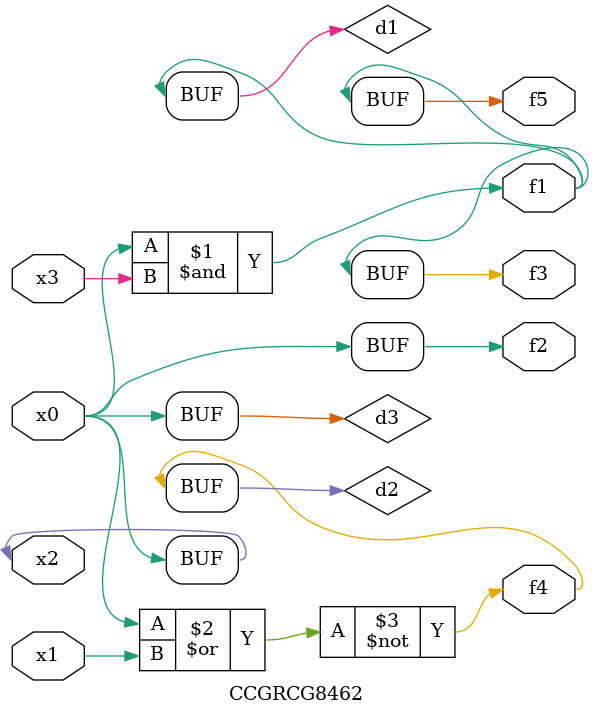
<source format=v>
module CCGRCG8462(
	input x0, x1, x2, x3,
	output f1, f2, f3, f4, f5
);

	wire d1, d2, d3;

	and (d1, x2, x3);
	nor (d2, x0, x1);
	buf (d3, x0, x2);
	assign f1 = d1;
	assign f2 = d3;
	assign f3 = d1;
	assign f4 = d2;
	assign f5 = d1;
endmodule

</source>
